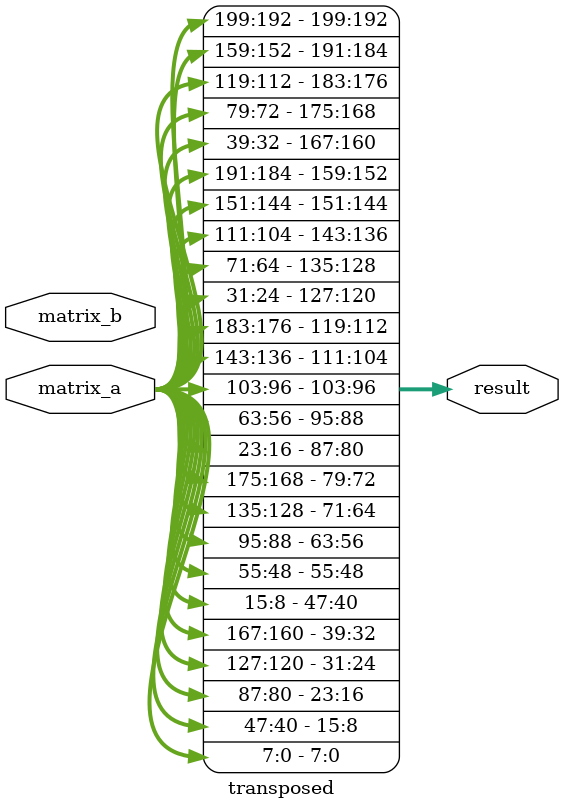
<source format=v>
module transposed (matrix_a, matrix_b, result);
	input [199:0] matrix_a;
	input [199:0] matrix_b;
	output wire [199:0] result;
	
	genvar i,j;
	
	generate
		for (j = 0; j < 5; j = j + 1) begin : row
			for (i = 0; i < 5; i = i + 1) begin : column
				assign result[(8*i)+(40*j)+:8] = matrix_a[(40*i)+(8*j) +:8];
			end
		end
	endgenerate

endmodule 
</source>
